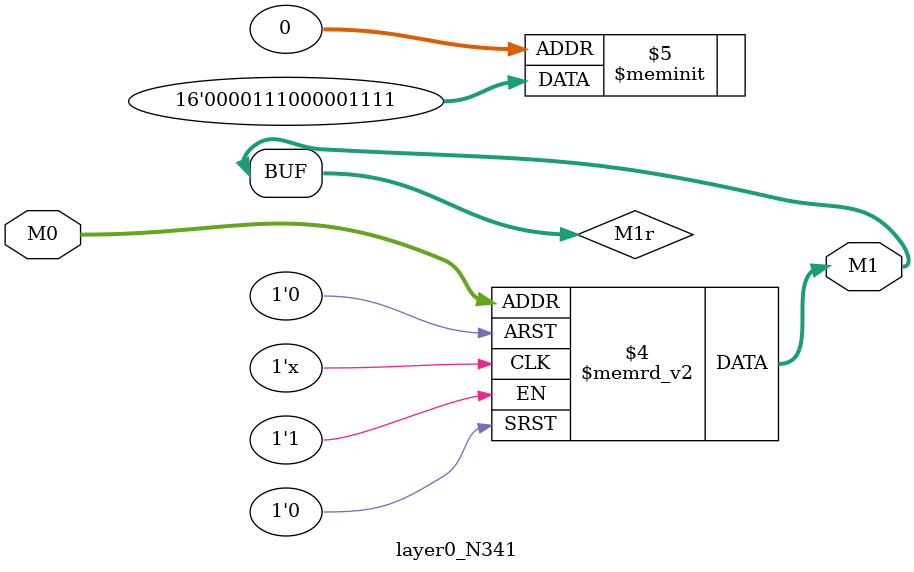
<source format=v>
module layer0_N341 ( input [2:0] M0, output [1:0] M1 );

	(*rom_style = "distributed" *) reg [1:0] M1r;
	assign M1 = M1r;
	always @ (M0) begin
		case (M0)
			3'b000: M1r = 2'b11;
			3'b100: M1r = 2'b10;
			3'b010: M1r = 2'b00;
			3'b110: M1r = 2'b00;
			3'b001: M1r = 2'b11;
			3'b101: M1r = 2'b11;
			3'b011: M1r = 2'b00;
			3'b111: M1r = 2'b00;

		endcase
	end
endmodule

</source>
